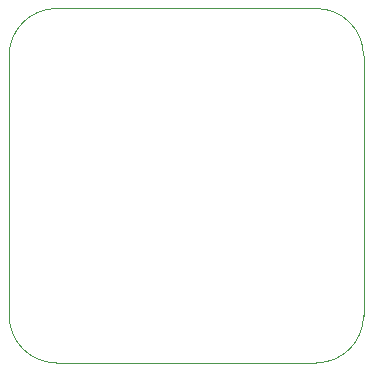
<source format=gbr>
%TF.GenerationSoftware,KiCad,Pcbnew,(5.1.8)-1*%
%TF.CreationDate,2021-03-21T23:47:40-07:00*%
%TF.ProjectId,rls2hd-bob,726c7332-6864-42d6-926f-622e6b696361,rev?*%
%TF.SameCoordinates,Original*%
%TF.FileFunction,Profile,NP*%
%FSLAX46Y46*%
G04 Gerber Fmt 4.6, Leading zero omitted, Abs format (unit mm)*
G04 Created by KiCad (PCBNEW (5.1.8)-1) date 2021-03-21 23:47:40*
%MOMM*%
%LPD*%
G01*
G04 APERTURE LIST*
%TA.AperFunction,Profile*%
%ADD10C,0.050000*%
%TD*%
G04 APERTURE END LIST*
D10*
X115000000Y-96000000D02*
G75*
G02*
X111000000Y-100000000I-4000000J0D01*
G01*
X89000000Y-100000000D02*
G75*
G02*
X85000000Y-96000000I0J4000000D01*
G01*
X85000000Y-74000000D02*
G75*
G02*
X89000000Y-70000000I4000000J0D01*
G01*
X111000000Y-70000000D02*
G75*
G02*
X115000000Y-74000000I0J-4000000D01*
G01*
X85000000Y-74000000D02*
X85000000Y-96000000D01*
X111000000Y-70000000D02*
X89000000Y-70000000D01*
X115000000Y-96000000D02*
X115000000Y-74000000D01*
X89000000Y-100000000D02*
X111000000Y-100000000D01*
M02*

</source>
